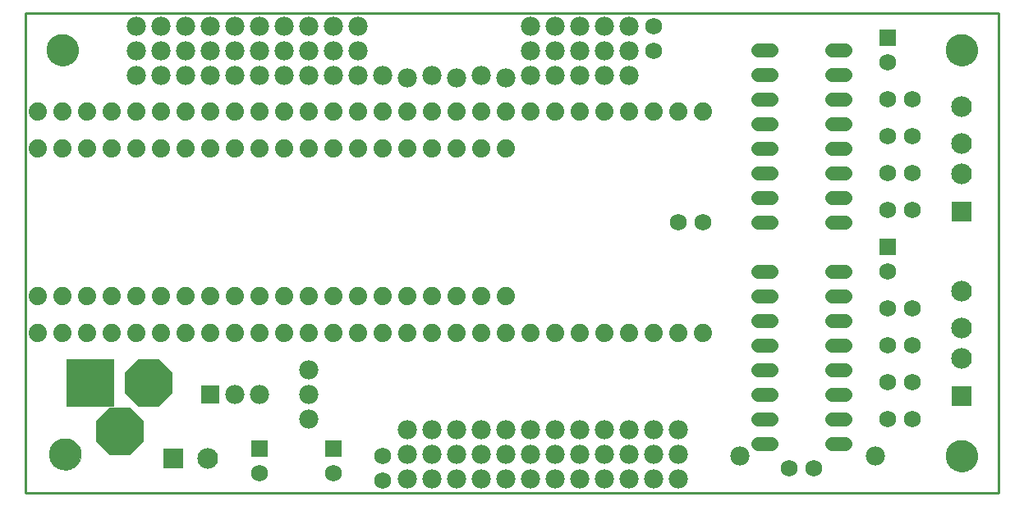
<source format=gbs>
G75*
G70*
%OFA0B0*%
%FSLAX24Y24*%
%IPPOS*%
%LPD*%
%AMOC8*
5,1,8,0,0,1.08239X$1,22.5*
%
%ADD10C,0.0100*%
%ADD11C,0.0000*%
%ADD12C,0.1300*%
%ADD13OC8,0.1940*%
%ADD14R,0.1940X0.1940*%
%ADD15C,0.0740*%
%ADD16R,0.0780X0.0780*%
%ADD17C,0.0780*%
%ADD18C,0.0690*%
%ADD19R,0.0690X0.0690*%
%ADD20C,0.0560*%
%ADD21R,0.0840X0.0840*%
%ADD22C,0.0840*%
D10*
X001650Y001833D02*
X001650Y021333D01*
X041150Y021333D01*
X041150Y001833D01*
X001650Y001833D01*
D11*
X002626Y003402D02*
X002628Y003452D01*
X002634Y003502D01*
X002644Y003551D01*
X002658Y003599D01*
X002675Y003646D01*
X002696Y003691D01*
X002721Y003735D01*
X002749Y003776D01*
X002781Y003815D01*
X002815Y003852D01*
X002852Y003886D01*
X002892Y003916D01*
X002934Y003943D01*
X002978Y003967D01*
X003024Y003988D01*
X003071Y004004D01*
X003119Y004017D01*
X003169Y004026D01*
X003218Y004031D01*
X003269Y004032D01*
X003319Y004029D01*
X003368Y004022D01*
X003417Y004011D01*
X003465Y003996D01*
X003511Y003978D01*
X003556Y003956D01*
X003599Y003930D01*
X003640Y003901D01*
X003679Y003869D01*
X003715Y003834D01*
X003747Y003796D01*
X003777Y003756D01*
X003804Y003713D01*
X003827Y003669D01*
X003846Y003623D01*
X003862Y003575D01*
X003874Y003526D01*
X003882Y003477D01*
X003886Y003427D01*
X003886Y003377D01*
X003882Y003327D01*
X003874Y003278D01*
X003862Y003229D01*
X003846Y003181D01*
X003827Y003135D01*
X003804Y003091D01*
X003777Y003048D01*
X003747Y003008D01*
X003715Y002970D01*
X003679Y002935D01*
X003640Y002903D01*
X003599Y002874D01*
X003556Y002848D01*
X003511Y002826D01*
X003465Y002808D01*
X003417Y002793D01*
X003368Y002782D01*
X003319Y002775D01*
X003269Y002772D01*
X003218Y002773D01*
X003169Y002778D01*
X003119Y002787D01*
X003071Y002800D01*
X003024Y002816D01*
X002978Y002837D01*
X002934Y002861D01*
X002892Y002888D01*
X002852Y002918D01*
X002815Y002952D01*
X002781Y002989D01*
X002749Y003028D01*
X002721Y003069D01*
X002696Y003113D01*
X002675Y003158D01*
X002658Y003205D01*
X002644Y003253D01*
X002634Y003302D01*
X002628Y003352D01*
X002626Y003402D01*
X002520Y019833D02*
X002522Y019883D01*
X002528Y019933D01*
X002538Y019982D01*
X002552Y020030D01*
X002569Y020077D01*
X002590Y020122D01*
X002615Y020166D01*
X002643Y020207D01*
X002675Y020246D01*
X002709Y020283D01*
X002746Y020317D01*
X002786Y020347D01*
X002828Y020374D01*
X002872Y020398D01*
X002918Y020419D01*
X002965Y020435D01*
X003013Y020448D01*
X003063Y020457D01*
X003112Y020462D01*
X003163Y020463D01*
X003213Y020460D01*
X003262Y020453D01*
X003311Y020442D01*
X003359Y020427D01*
X003405Y020409D01*
X003450Y020387D01*
X003493Y020361D01*
X003534Y020332D01*
X003573Y020300D01*
X003609Y020265D01*
X003641Y020227D01*
X003671Y020187D01*
X003698Y020144D01*
X003721Y020100D01*
X003740Y020054D01*
X003756Y020006D01*
X003768Y019957D01*
X003776Y019908D01*
X003780Y019858D01*
X003780Y019808D01*
X003776Y019758D01*
X003768Y019709D01*
X003756Y019660D01*
X003740Y019612D01*
X003721Y019566D01*
X003698Y019522D01*
X003671Y019479D01*
X003641Y019439D01*
X003609Y019401D01*
X003573Y019366D01*
X003534Y019334D01*
X003493Y019305D01*
X003450Y019279D01*
X003405Y019257D01*
X003359Y019239D01*
X003311Y019224D01*
X003262Y019213D01*
X003213Y019206D01*
X003163Y019203D01*
X003112Y019204D01*
X003063Y019209D01*
X003013Y019218D01*
X002965Y019231D01*
X002918Y019247D01*
X002872Y019268D01*
X002828Y019292D01*
X002786Y019319D01*
X002746Y019349D01*
X002709Y019383D01*
X002675Y019420D01*
X002643Y019459D01*
X002615Y019500D01*
X002590Y019544D01*
X002569Y019589D01*
X002552Y019636D01*
X002538Y019684D01*
X002528Y019733D01*
X002522Y019783D01*
X002520Y019833D01*
X039020Y019833D02*
X039022Y019883D01*
X039028Y019933D01*
X039038Y019982D01*
X039052Y020030D01*
X039069Y020077D01*
X039090Y020122D01*
X039115Y020166D01*
X039143Y020207D01*
X039175Y020246D01*
X039209Y020283D01*
X039246Y020317D01*
X039286Y020347D01*
X039328Y020374D01*
X039372Y020398D01*
X039418Y020419D01*
X039465Y020435D01*
X039513Y020448D01*
X039563Y020457D01*
X039612Y020462D01*
X039663Y020463D01*
X039713Y020460D01*
X039762Y020453D01*
X039811Y020442D01*
X039859Y020427D01*
X039905Y020409D01*
X039950Y020387D01*
X039993Y020361D01*
X040034Y020332D01*
X040073Y020300D01*
X040109Y020265D01*
X040141Y020227D01*
X040171Y020187D01*
X040198Y020144D01*
X040221Y020100D01*
X040240Y020054D01*
X040256Y020006D01*
X040268Y019957D01*
X040276Y019908D01*
X040280Y019858D01*
X040280Y019808D01*
X040276Y019758D01*
X040268Y019709D01*
X040256Y019660D01*
X040240Y019612D01*
X040221Y019566D01*
X040198Y019522D01*
X040171Y019479D01*
X040141Y019439D01*
X040109Y019401D01*
X040073Y019366D01*
X040034Y019334D01*
X039993Y019305D01*
X039950Y019279D01*
X039905Y019257D01*
X039859Y019239D01*
X039811Y019224D01*
X039762Y019213D01*
X039713Y019206D01*
X039663Y019203D01*
X039612Y019204D01*
X039563Y019209D01*
X039513Y019218D01*
X039465Y019231D01*
X039418Y019247D01*
X039372Y019268D01*
X039328Y019292D01*
X039286Y019319D01*
X039246Y019349D01*
X039209Y019383D01*
X039175Y019420D01*
X039143Y019459D01*
X039115Y019500D01*
X039090Y019544D01*
X039069Y019589D01*
X039052Y019636D01*
X039038Y019684D01*
X039028Y019733D01*
X039022Y019783D01*
X039020Y019833D01*
X039020Y003333D02*
X039022Y003383D01*
X039028Y003433D01*
X039038Y003482D01*
X039052Y003530D01*
X039069Y003577D01*
X039090Y003622D01*
X039115Y003666D01*
X039143Y003707D01*
X039175Y003746D01*
X039209Y003783D01*
X039246Y003817D01*
X039286Y003847D01*
X039328Y003874D01*
X039372Y003898D01*
X039418Y003919D01*
X039465Y003935D01*
X039513Y003948D01*
X039563Y003957D01*
X039612Y003962D01*
X039663Y003963D01*
X039713Y003960D01*
X039762Y003953D01*
X039811Y003942D01*
X039859Y003927D01*
X039905Y003909D01*
X039950Y003887D01*
X039993Y003861D01*
X040034Y003832D01*
X040073Y003800D01*
X040109Y003765D01*
X040141Y003727D01*
X040171Y003687D01*
X040198Y003644D01*
X040221Y003600D01*
X040240Y003554D01*
X040256Y003506D01*
X040268Y003457D01*
X040276Y003408D01*
X040280Y003358D01*
X040280Y003308D01*
X040276Y003258D01*
X040268Y003209D01*
X040256Y003160D01*
X040240Y003112D01*
X040221Y003066D01*
X040198Y003022D01*
X040171Y002979D01*
X040141Y002939D01*
X040109Y002901D01*
X040073Y002866D01*
X040034Y002834D01*
X039993Y002805D01*
X039950Y002779D01*
X039905Y002757D01*
X039859Y002739D01*
X039811Y002724D01*
X039762Y002713D01*
X039713Y002706D01*
X039663Y002703D01*
X039612Y002704D01*
X039563Y002709D01*
X039513Y002718D01*
X039465Y002731D01*
X039418Y002747D01*
X039372Y002768D01*
X039328Y002792D01*
X039286Y002819D01*
X039246Y002849D01*
X039209Y002883D01*
X039175Y002920D01*
X039143Y002959D01*
X039115Y003000D01*
X039090Y003044D01*
X039069Y003089D01*
X039052Y003136D01*
X039038Y003184D01*
X039028Y003233D01*
X039022Y003283D01*
X039020Y003333D01*
D12*
X039650Y003333D03*
X039650Y019833D03*
X003150Y019833D03*
X003256Y003402D03*
D13*
X005470Y004333D03*
X006650Y006303D03*
D14*
X004290Y006303D03*
D15*
X004150Y008333D03*
X005150Y008333D03*
X006150Y008333D03*
X007150Y008333D03*
X008150Y008333D03*
X009150Y008333D03*
X010150Y008333D03*
X011150Y008333D03*
X012150Y008333D03*
X013150Y008333D03*
X014150Y008333D03*
X015150Y008333D03*
X016150Y008333D03*
X017150Y008333D03*
X018150Y008333D03*
X019150Y008333D03*
X020150Y008333D03*
X021150Y008333D03*
X022150Y008333D03*
X023150Y008333D03*
X024150Y008333D03*
X025150Y008333D03*
X026150Y008333D03*
X027150Y008333D03*
X028150Y008333D03*
X029150Y008333D03*
X021150Y009833D03*
X020150Y009833D03*
X019150Y009833D03*
X018150Y009833D03*
X017150Y009833D03*
X016150Y009833D03*
X015150Y009833D03*
X014150Y009833D03*
X013150Y009833D03*
X012150Y009833D03*
X011150Y009833D03*
X010150Y009833D03*
X009150Y009833D03*
X008150Y009833D03*
X007150Y009833D03*
X006150Y009833D03*
X005150Y009833D03*
X004150Y009833D03*
X003150Y009833D03*
X002150Y009833D03*
X002150Y008333D03*
X003150Y008333D03*
X003150Y015833D03*
X002150Y015833D03*
X002150Y017333D03*
X003150Y017333D03*
X004150Y017333D03*
X005150Y017333D03*
X006150Y017333D03*
X007150Y017333D03*
X008150Y017333D03*
X009150Y017333D03*
X010150Y017333D03*
X011150Y017333D03*
X012150Y017333D03*
X013150Y017333D03*
X014150Y017333D03*
X015150Y017333D03*
X016150Y017333D03*
X017150Y017333D03*
X018150Y017333D03*
X019150Y017333D03*
X020150Y017333D03*
X021150Y017333D03*
X022150Y017333D03*
X023150Y017333D03*
X024150Y017333D03*
X025150Y017333D03*
X026150Y017333D03*
X027150Y017333D03*
X028150Y017333D03*
X029150Y017333D03*
X021150Y015833D03*
X020150Y015833D03*
X019150Y015833D03*
X018150Y015833D03*
X017150Y015833D03*
X016150Y015833D03*
X015150Y015833D03*
X014150Y015833D03*
X013150Y015833D03*
X012150Y015833D03*
X011150Y015833D03*
X010150Y015833D03*
X009150Y015833D03*
X008150Y015833D03*
X007150Y015833D03*
X006150Y015833D03*
X005150Y015833D03*
X004150Y015833D03*
D16*
X009150Y005833D03*
D17*
X010150Y005833D03*
X011150Y005833D03*
X013150Y005833D03*
X013150Y006833D03*
X013150Y004833D03*
X017150Y004383D03*
X017150Y003383D03*
X018150Y003383D03*
X018150Y004383D03*
X019150Y004383D03*
X019150Y003383D03*
X020150Y003383D03*
X020150Y004383D03*
X021150Y004383D03*
X021150Y003383D03*
X022150Y003383D03*
X022150Y004383D03*
X023150Y004383D03*
X023150Y003383D03*
X024150Y003383D03*
X025150Y003383D03*
X025150Y004383D03*
X024150Y004383D03*
X024150Y002383D03*
X023150Y002383D03*
X022150Y002383D03*
X021150Y002383D03*
X020150Y002383D03*
X019150Y002383D03*
X018150Y002383D03*
X017150Y002383D03*
X025150Y002383D03*
X026150Y002383D03*
X027150Y002383D03*
X028150Y002383D03*
X028150Y003383D03*
X028150Y004383D03*
X027150Y004383D03*
X027150Y003383D03*
X026150Y003383D03*
X026150Y004383D03*
X030650Y003333D03*
X036150Y003333D03*
X026150Y018783D03*
X026150Y019783D03*
X025150Y019783D03*
X025150Y018783D03*
X024150Y018783D03*
X023150Y018783D03*
X023150Y019783D03*
X024150Y019783D03*
X024150Y020783D03*
X023150Y020783D03*
X022150Y020783D03*
X022150Y019783D03*
X022150Y018783D03*
X021150Y018683D03*
X020150Y018783D03*
X019150Y018683D03*
X018150Y018783D03*
X017150Y018683D03*
X016150Y018783D03*
X015150Y018783D03*
X014150Y018783D03*
X014150Y019783D03*
X015150Y019783D03*
X015150Y020783D03*
X014150Y020783D03*
X013150Y020783D03*
X012150Y020783D03*
X012150Y019783D03*
X012150Y018783D03*
X013150Y018783D03*
X013150Y019783D03*
X011150Y019783D03*
X011150Y018783D03*
X010150Y018783D03*
X009150Y018783D03*
X009150Y019783D03*
X010150Y019783D03*
X010150Y020783D03*
X009150Y020783D03*
X008150Y020783D03*
X007150Y020783D03*
X007150Y019783D03*
X007150Y018783D03*
X008150Y018783D03*
X008150Y019783D03*
X006150Y019783D03*
X006150Y018783D03*
X006150Y020783D03*
X011150Y020783D03*
X025150Y020783D03*
X026150Y020783D03*
D18*
X027150Y020783D03*
X027150Y019783D03*
X028150Y012833D03*
X029150Y012833D03*
X036650Y013333D03*
X037650Y013333D03*
X037650Y014833D03*
X036650Y014833D03*
X036650Y016333D03*
X037650Y016333D03*
X037650Y017833D03*
X036650Y017833D03*
X036650Y019333D03*
X036650Y010833D03*
X036650Y009333D03*
X037650Y009333D03*
X037650Y007833D03*
X036650Y007833D03*
X036650Y006333D03*
X037650Y006333D03*
X037650Y004833D03*
X036650Y004833D03*
X033650Y002833D03*
X032650Y002833D03*
X016150Y002333D03*
X016150Y003333D03*
X014150Y002633D03*
X011150Y002633D03*
D19*
X011150Y003633D03*
X014150Y003633D03*
X036650Y011833D03*
X036650Y020333D03*
D20*
X034910Y019833D02*
X034390Y019833D01*
X034390Y018833D02*
X034910Y018833D01*
X034910Y017833D02*
X034390Y017833D01*
X034390Y016833D02*
X034910Y016833D01*
X034910Y015833D02*
X034390Y015833D01*
X034390Y014833D02*
X034910Y014833D01*
X034910Y013833D02*
X034390Y013833D01*
X034390Y012833D02*
X034910Y012833D01*
X034910Y010833D02*
X034390Y010833D01*
X034390Y009833D02*
X034910Y009833D01*
X034910Y008833D02*
X034390Y008833D01*
X034390Y007833D02*
X034910Y007833D01*
X034910Y006833D02*
X034390Y006833D01*
X034390Y005833D02*
X034910Y005833D01*
X034910Y004833D02*
X034390Y004833D01*
X034390Y003833D02*
X034910Y003833D01*
X031910Y003833D02*
X031390Y003833D01*
X031390Y004833D02*
X031910Y004833D01*
X031910Y005833D02*
X031390Y005833D01*
X031390Y006833D02*
X031910Y006833D01*
X031910Y007833D02*
X031390Y007833D01*
X031390Y008833D02*
X031910Y008833D01*
X031910Y009833D02*
X031390Y009833D01*
X031390Y010833D02*
X031910Y010833D01*
X031910Y012833D02*
X031390Y012833D01*
X031390Y013833D02*
X031910Y013833D01*
X031910Y014833D02*
X031390Y014833D01*
X031390Y015833D02*
X031910Y015833D01*
X031910Y016833D02*
X031390Y016833D01*
X031390Y017833D02*
X031910Y017833D01*
X031910Y018833D02*
X031390Y018833D01*
X031390Y019833D02*
X031910Y019833D01*
D21*
X039650Y013263D03*
X039650Y005763D03*
X007650Y003233D03*
D22*
X009028Y003233D03*
X039650Y007281D03*
X039650Y008519D03*
X039650Y010037D03*
X039650Y014781D03*
X039650Y016019D03*
X039650Y017537D03*
M02*

</source>
